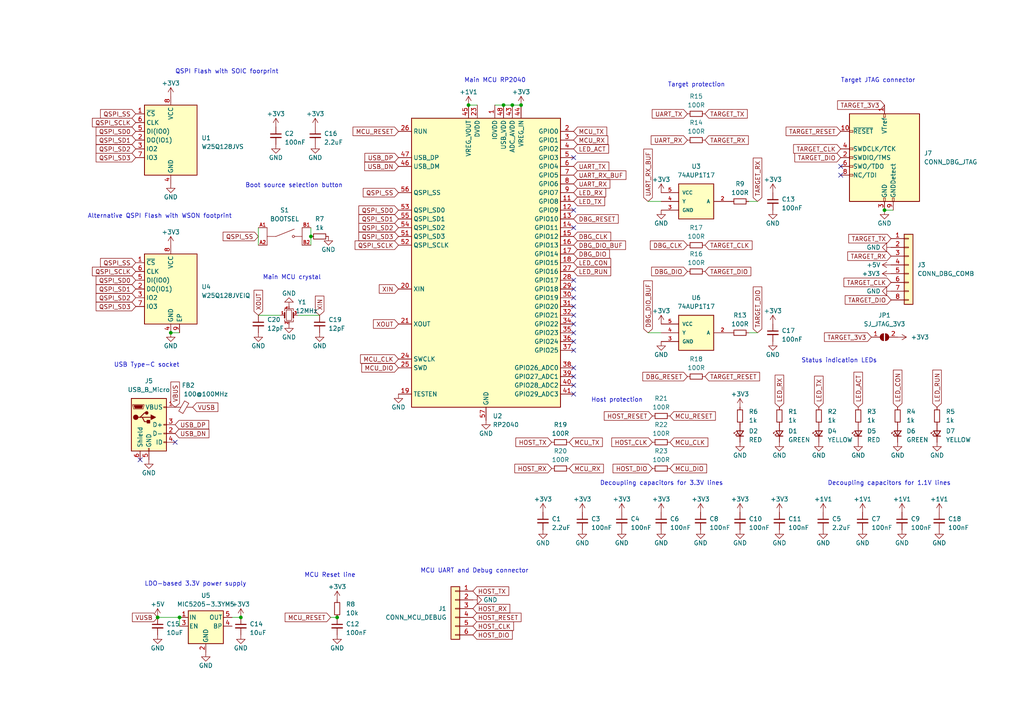
<source format=kicad_sch>
(kicad_sch (version 20230121) (generator eeschema)
  (paper "A4")
  (title_block (title "RP2040-MicroProbe-0010") (date "2023-12-18") (rev "1.0") (company "(c) 2023 Andriy Golovnya") (comment 1 "RP2040 based Micro Debug Probe") (comment 2 "Designed in Germany"))
  (junction (at 52.07 179.07))
  (junction (at 148.59 30.48))
  (junction (at 97.79 179.07))
  (junction (at 135.89 30.48))
  (junction (at 69.85 179.07))
  (junction (at 90.17 68.58))
  (junction (at 146.05 30.48))
  (junction (at 45.72 179.07))
  (junction (at 49.53 96.52))
  (junction (at 256.54 60.96))
  (junction (at 151.13 30.48))
  (no_connect (at 166.37 66.04))
  (no_connect (at 166.37 88.9))
  (no_connect (at 40.64 133.35))
  (no_connect (at 166.37 91.44))
  (no_connect (at 166.37 111.76))
  (no_connect (at 166.37 81.28))
  (no_connect (at 166.37 114.3))
  (no_connect (at 166.37 99.06))
  (no_connect (at 243.84 48.26))
  (no_connect (at 50.8 128.27))
  (no_connect (at 243.84 50.8))
  (no_connect (at 166.37 86.36))
  (no_connect (at 166.37 96.52))
  (no_connect (at 166.37 106.68))
  (no_connect (at 166.37 93.98))
  (no_connect (at 166.37 109.22))
  (no_connect (at 166.37 83.82))
  (no_connect (at 166.37 60.96))
  (no_connect (at 166.37 101.6))
  (no_connect (at 166.37 45.72))
  (wire (pts (xy 86.36 91.44) (xy 92.71 91.44)))
  (wire (pts (xy 219.71 96.52) (xy 217.17 96.52)))
  (wire (pts (xy 74.93 66.04) (xy 74.93 71.12)))
  (wire (pts (xy 52.07 179.07) (xy 52.07 181.61)))
  (wire (pts (xy 95.885 179.07) (xy 97.79 179.07)))
  (wire (pts (xy 135.89 30.48) (xy 138.43 30.48)))
  (wire (pts (xy 219.71 58.42) (xy 217.17 58.42)))
  (wire (pts (xy 74.93 91.44) (xy 81.28 91.44)))
  (wire (pts (xy 148.59 30.48) (xy 151.13 30.48)))
  (wire (pts (xy 67.31 179.07) (xy 69.85 179.07)))
  (wire (pts (xy 187.96 58.42) (xy 191.77 58.42)))
  (wire (pts (xy 143.51 30.48) (xy 146.05 30.48)))
  (wire (pts (xy 49.53 96.52) (xy 52.07 96.52)))
  (wire (pts (xy 45.72 179.07) (xy 52.07 179.07)))
  (wire (pts (xy 187.96 96.52) (xy 191.77 96.52)))
  (wire (pts (xy 90.17 68.58) (xy 90.17 71.12)))
  (wire (pts (xy 90.17 66.04) (xy 90.17 68.58)))
  (wire (pts (xy 146.05 30.48) (xy 148.59 30.48)))
  (wire (pts (xy 259.08 60.96) (xy 256.54 60.96)))
  (text "Alternative QSPI Flash with WSON footprint" (at 25.4 63.5 0) (effects (font (size 1.27 1.27)) (justify left bottom)))
  (text "Main MCU RP2040" (at 134.62 24.13 0) (effects (font (size 1.27 1.27)) (justify left bottom)))
  (text "Status indication LEDs" (at 232.41 105.41 0) (effects (font (size 1.27 1.27)) (justify left bottom)))
  (text "Decoupling capacitors for 3.3V lines" (at 173.99 140.97 0) (effects (font (size 1.27 1.27)) (justify left bottom)))
  (text "Main MCU crystal" (at 76.2 81.28 0) (effects (font (size 1.27 1.27)) (justify left bottom)))
  (text "Decoupling capacitors for 1.1V lines" (at 240.03 140.97 0) (effects (font (size 1.27 1.27)) (justify left bottom)))
  (text "Target protection" (at 193.675 25.4 0) (effects (font (size 1.27 1.27)) (justify left bottom)))
  (text "Target JTAG connector" (at 243.84 24.13 0) (effects (font (size 1.27 1.27)) (justify left bottom)))
  (text "USB Type-C socket" (at 33.02 106.68 0) (effects (font (size 1.27 1.27)) (justify left bottom)))
  (text "Host protection" (at 171.45 116.84 0) (effects (font (size 1.27 1.27)) (justify left bottom)))
  (text "MCU UART and Debug connector" (at 121.92 166.37 0) (effects (font (size 1.27 1.27)) (justify left bottom)))
  (text "Boot source selection button" (at 71.12 54.61 0) (effects (font (size 1.27 1.27)) (justify left bottom)))
  (text "LDO-based 3.3V power supply" (at 41.91 170.18 0) (effects (font (size 1.27 1.27)) (justify left bottom)))
  (text "MCU Reset line" (at 88.265 167.64 0) (effects (font (size 1.27 1.27)) (justify left bottom)))
  (text "QSPI Flash with SOIC foorprint" (at 50.8 21.59 0) (effects (font (size 1.27 1.27)) (justify left bottom)))
  (global_label "LED_ACT" (shape input) (at 166.37 43.18 0) (property "Intersheetrefs" "${INTERSHEET_REFS}" (effects hide)))
  (global_label "QSPI_SD2" (shape input) (at 39.37 43.18 180) (property "Intersheetrefs" "${INTERSHEET_REFS}" (effects hide)))
  (global_label "QSPI_SD1" (shape input) (at 39.37 83.82 180) (property "Intersheetrefs" "${INTERSHEET_REFS}" (effects hide)))
  (global_label "MCU_TX" (shape input) (at 166.37 38.1 0) (property "Intersheetrefs" "${INTERSHEET_REFS}" (effects hide)))
  (global_label "TARGET_RESET" (shape input) (at 243.84 38.1 180) (property "Intersheetrefs" "${INTERSHEET_REFS}" (effects hide)))
  (global_label "UART_RX_BUF" (shape input) (at 166.37 50.8 0) (property "Intersheetrefs" "${INTERSHEET_REFS}" (effects hide)))
  (global_label "TARGET_CLK" (shape input) (at 258.445 81.915 180) (property "Intersheetrefs" "${INTERSHEET_REFS}" (effects hide)))
  (global_label "TARGET_TX" (shape input) (at 204.47 33.02 0) (property "Intersheetrefs" "${INTERSHEET_REFS}" (effects hide)))
  (global_label "VUSB" (shape input) (at 45.72 179.07 180) (property "Intersheetrefs" "${INTERSHEET_REFS}" (effects hide)))
  (global_label "QSPI_SD3" (shape input) (at 39.37 88.9 180) (property "Intersheetrefs" "${INTERSHEET_REFS}" (effects hide)))
  (global_label "QSPI_SD0" (shape input) (at 39.37 38.1 180) (property "Intersheetrefs" "${INTERSHEET_REFS}" (effects hide)))
  (global_label "VUSB" (shape input) (at 55.88 118.11 0) (property "Intersheetrefs" "${INTERSHEET_REFS}" (effects hide)))
  (global_label "LED_RX" (shape input) (at 226.06 118.11 90) (property "Intersheetrefs" "${INTERSHEET_REFS}" (effects hide)))
  (global_label "QSPI_SCLK" (shape input) (at 39.37 78.74 180) (property "Intersheetrefs" "${INTERSHEET_REFS}" (effects hide)))
  (global_label "HOST_TX" (shape input) (at 160.02 128.27 180) (property "Intersheetrefs" "${INTERSHEET_REFS}" (effects hide)))
  (global_label "DBG_DIO_BUF" (shape input) (at 187.96 96.52 90) (property "Intersheetrefs" "${INTERSHEET_REFS}" (effects hide)))
  (global_label "HOST_TX" (shape input) (at 137.16 171.45 0) (property "Intersheetrefs" "${INTERSHEET_REFS}" (effects hide)))
  (global_label "QSPI_SD0" (shape input) (at 115.57 60.96 180) (property "Intersheetrefs" "${INTERSHEET_REFS}" (effects hide)))
  (global_label "QSPI_SS" (shape input) (at 39.37 33.02 180) (property "Intersheetrefs" "${INTERSHEET_REFS}" (effects hide)))
  (global_label "QSPI_SS" (shape input) (at 115.57 55.88 180) (property "Intersheetrefs" "${INTERSHEET_REFS}" (effects hide)))
  (global_label "TARGET_DIO" (shape input) (at 204.47 78.74 0) (property "Intersheetrefs" "${INTERSHEET_REFS}" (effects hide)))
  (global_label "LED_ACT" (shape input) (at 248.92 118.11 90) (property "Intersheetrefs" "${INTERSHEET_REFS}" (effects hide)))
  (global_label "QSPI_SD3" (shape input) (at 39.37 45.72 180) (property "Intersheetrefs" "${INTERSHEET_REFS}" (effects hide)))
  (global_label "USB_DN" (shape input) (at 50.8 125.73 0) (property "Intersheetrefs" "${INTERSHEET_REFS}" (effects hide)))
  (global_label "UART_TX" (shape input) (at 166.37 48.26 0) (property "Intersheetrefs" "${INTERSHEET_REFS}" (effects hide)))
  (global_label "DBG_CLK" (shape input) (at 166.37 68.58 0) (property "Intersheetrefs" "${INTERSHEET_REFS}" (effects hide)))
  (global_label "USB_DN" (shape input) (at 115.57 48.26 180) (property "Intersheetrefs" "${INTERSHEET_REFS}" (effects hide)))
  (global_label "QSPI_SS" (shape input) (at 74.93 68.58 180) (property "Intersheetrefs" "${INTERSHEET_REFS}" (effects hide)))
  (global_label "HOST_RESET" (shape input) (at 137.16 179.07 0) (property "Intersheetrefs" "${INTERSHEET_REFS}" (effects hide)))
  (global_label "DBG_CLK" (shape input) (at 199.39 71.12 180) (property "Intersheetrefs" "${INTERSHEET_REFS}" (effects hide)))
  (global_label "TARGET_RX" (shape input) (at 204.47 40.64 0) (property "Intersheetrefs" "${INTERSHEET_REFS}" (effects hide)))
  (global_label "TARGET_DIO" (shape input) (at 258.445 86.995 180) (property "Intersheetrefs" "${INTERSHEET_REFS}" (effects hide)))
  (global_label "USB_DP" (shape input) (at 50.8 123.19 0) (property "Intersheetrefs" "${INTERSHEET_REFS}" (effects hide)))
  (global_label "TARGET_3V3" (shape input) (at 252.73 97.79 180) (property "Intersheetrefs" "${INTERSHEET_REFS}" (effects hide)))
  (global_label "UART_RX" (shape input) (at 166.37 53.34 0) (property "Intersheetrefs" "${INTERSHEET_REFS}" (effects hide)))
  (global_label "HOST_DIO" (shape input) (at 137.16 184.15 0) (property "Intersheetrefs" "${INTERSHEET_REFS}" (effects hide)))
  (global_label "TARGET_DIO" (shape input) (at 243.84 45.72 180) (property "Intersheetrefs" "${INTERSHEET_REFS}" (effects hide)))
  (global_label "MCU_RX" (shape input) (at 166.37 40.64 0) (property "Intersheetrefs" "${INTERSHEET_REFS}" (effects hide)))
  (global_label "QSPI_SD2" (shape input) (at 115.57 66.04 180) (property "Intersheetrefs" "${INTERSHEET_REFS}" (effects hide)))
  (global_label "USB_DP" (shape input) (at 115.57 45.72 180) (property "Intersheetrefs" "${INTERSHEET_REFS}" (effects hide)))
  (global_label "XIN" (shape input) (at 92.71 91.44 90) (property "Intersheetrefs" "${INTERSHEET_REFS}" (effects hide)))
  (global_label "LED_CON" (shape input) (at 166.37 76.2 0) (property "Intersheetrefs" "${INTERSHEET_REFS}" (effects hide)))
  (global_label "TARGET_DIO" (shape input) (at 219.71 96.52 90) (property "Intersheetrefs" "${INTERSHEET_REFS}" (effects hide)))
  (global_label "QSPI_SCLK" (shape input) (at 39.37 35.56 180) (property "Intersheetrefs" "${INTERSHEET_REFS}" (effects hide)))
  (global_label "HOST_RESET" (shape input) (at 189.23 120.65 180) (property "Intersheetrefs" "${INTERSHEET_REFS}" (effects hide)))
  (global_label "XIN" (shape input) (at 115.57 83.82 180) (property "Intersheetrefs" "${INTERSHEET_REFS}" (effects hide)))
  (global_label "DBG_DIO" (shape input) (at 166.37 73.66 0) (property "Intersheetrefs" "${INTERSHEET_REFS}" (effects hide)))
  (global_label "QSPI_SD1" (shape input) (at 115.57 63.5 180) (property "Intersheetrefs" "${INTERSHEET_REFS}" (effects hide)))
  (global_label "HOST_CLK" (shape input) (at 189.23 128.27 180) (property "Intersheetrefs" "${INTERSHEET_REFS}" (effects hide)))
  (global_label "XOUT" (shape input) (at 74.93 91.44 90) (property "Intersheetrefs" "${INTERSHEET_REFS}" (effects hide)))
  (global_label "UART_RX_BUF" (shape input) (at 187.96 58.42 90) (property "Intersheetrefs" "${INTERSHEET_REFS}" (effects hide)))
  (global_label "UART_RX" (shape input) (at 199.39 40.64 180) (property "Intersheetrefs" "${INTERSHEET_REFS}" (effects hide)))
  (global_label "LED_RX" (shape input) (at 166.37 55.88 0) (property "Intersheetrefs" "${INTERSHEET_REFS}" (effects hide)))
  (global_label "HOST_CLK" (shape input) (at 137.16 181.61 0) (property "Intersheetrefs" "${INTERSHEET_REFS}" (effects hide)))
  (global_label "MCU_RX" (shape input) (at 165.1 135.89 0) (property "Intersheetrefs" "${INTERSHEET_REFS}" (effects hide)))
  (global_label "TARGET_RESET" (shape input) (at 204.47 109.22 0) (property "Intersheetrefs" "${INTERSHEET_REFS}" (effects hide)))
  (global_label "HOST_RX" (shape input) (at 137.16 176.53 0) (property "Intersheetrefs" "${INTERSHEET_REFS}" (effects hide)))
  (global_label "QSPI_SD1" (shape input) (at 39.37 40.64 180) (property "Intersheetrefs" "${INTERSHEET_REFS}" (effects hide)))
  (global_label "LED_TX" (shape input) (at 237.49 118.11 90) (property "Intersheetrefs" "${INTERSHEET_REFS}" (effects hide)))
  (global_label "DBG_DIO_BUF" (shape input) (at 166.37 71.12 0) (property "Intersheetrefs" "${INTERSHEET_REFS}" (effects hide)))
  (global_label "DBG_DIO" (shape input) (at 199.39 78.74 180) (property "Intersheetrefs" "${INTERSHEET_REFS}" (effects hide)))
  (global_label "VBUS" (shape input) (at 50.8 118.11 90) (property "Intersheetrefs" "${INTERSHEET_REFS}" (effects hide)))
  (global_label "MCU_TX" (shape input) (at 165.1 128.27 0) (property "Intersheetrefs" "${INTERSHEET_REFS}" (effects hide)))
  (global_label "LED_RUN" (shape input) (at 271.78 118.11 90) (property "Intersheetrefs" "${INTERSHEET_REFS}" (effects hide)))
  (global_label "QSPI_SD3" (shape input) (at 115.57 68.58 180) (property "Intersheetrefs" "${INTERSHEET_REFS}" (effects hide)))
  (global_label "MCU_DIO" (shape input) (at 194.31 135.89 0) (property "Intersheetrefs" "${INTERSHEET_REFS}" (effects hide)))
  (global_label "XOUT" (shape input) (at 115.57 93.98 180) (property "Intersheetrefs" "${INTERSHEET_REFS}" (effects hide)))
  (global_label "TARGET_CLK" (shape input) (at 243.84 43.18 180) (property "Intersheetrefs" "${INTERSHEET_REFS}" (effects hide)))
  (global_label "TARGET_RX" (shape input) (at 258.445 74.295 180) (property "Intersheetrefs" "${INTERSHEET_REFS}" (effects hide)))
  (global_label "QSPI_SCLK" (shape input) (at 115.57 71.12 180) (property "Intersheetrefs" "${INTERSHEET_REFS}" (effects hide)))
  (global_label "DBG_RESET" (shape input) (at 199.39 109.22 180) (property "Intersheetrefs" "${INTERSHEET_REFS}" (effects hide)))
  (global_label "MCU_CLK" (shape input) (at 194.31 128.27 0) (property "Intersheetrefs" "${INTERSHEET_REFS}" (effects hide)))
  (global_label "TARGET_RX" (shape input) (at 219.71 58.42 90) (property "Intersheetrefs" "${INTERSHEET_REFS}" (effects hide)))
  (global_label "QSPI_SS" (shape input) (at 39.37 76.2 180) (property "Intersheetrefs" "${INTERSHEET_REFS}" (effects hide)))
  (global_label "MCU_CLK" (shape input) (at 115.57 104.14 180) (property "Intersheetrefs" "${INTERSHEET_REFS}" (effects hide)))
  (global_label "HOST_RX" (shape input) (at 160.02 135.89 180) (property "Intersheetrefs" "${INTERSHEET_REFS}" (effects hide)))
  (global_label "MCU_RESET" (shape input) (at 194.31 120.65 0) (property "Intersheetrefs" "${INTERSHEET_REFS}" (effects hide)))
  (global_label "LED_CON" (shape input) (at 260.35 118.11 90) (property "Intersheetrefs" "${INTERSHEET_REFS}" (effects hide)))
  (global_label "MCU_RESET" (shape input) (at 95.885 179.07 180) (property "Intersheetrefs" "${INTERSHEET_REFS}" (effects hide)))
  (global_label "LED_RUN" (shape input) (at 166.37 78.74 0) (property "Intersheetrefs" "${INTERSHEET_REFS}" (effects hide)))
  (global_label "LED_TX" (shape input) (at 166.37 58.42 0) (property "Intersheetrefs" "${INTERSHEET_REFS}" (effects hide)))
  (global_label "UART_TX" (shape input) (at 199.39 33.02 180) (property "Intersheetrefs" "${INTERSHEET_REFS}" (effects hide)))
  (global_label "MCU_DIO" (shape input) (at 115.57 106.68 180) (property "Intersheetrefs" "${INTERSHEET_REFS}" (effects hide)))
  (global_label "QSPI_SD2" (shape input) (at 39.37 86.36 180) (property "Intersheetrefs" "${INTERSHEET_REFS}" (effects hide)))
  (global_label "HOST_DIO" (shape input) (at 189.23 135.89 180) (property "Intersheetrefs" "${INTERSHEET_REFS}" (effects hide)))
  (global_label "QSPI_SD0" (shape input) (at 39.37 81.28 180) (property "Intersheetrefs" "${INTERSHEET_REFS}" (effects hide)))
  (global_label "TARGET_CLK" (shape input) (at 204.47 71.12 0) (property "Intersheetrefs" "${INTERSHEET_REFS}" (effects hide)))
  (global_label "TARGET_3V3" (shape input) (at 256.54 30.48 180) (property "Intersheetrefs" "${INTERSHEET_REFS}" (effects hide)))
  (global_label "DBG_RESET" (shape input) (at 166.37 63.5 0) (property "Intersheetrefs" "${INTERSHEET_REFS}" (effects hide)))
  (global_label "TARGET_TX" (shape input) (at 258.445 69.215 180) (property "Intersheetrefs" "${INTERSHEET_REFS}" (effects hide)))
  (global_label "MCU_RESET" (shape input) (at 115.57 38.1 180) (property "Intersheetrefs" "${INTERSHEET_REFS}" (effects hide)))
  (symbol (lib_id "power:+1V1") (at 261.62 148.59 0) (unit 1)
    (property "Reference" "#PWR027" (effects hide))
    (property "Value" "+1V1" (at 261.62 144.78 0))
  )
  (symbol (lib_id "Device:R_Small") (at 97.79 176.53 180) (unit 1)
    (property "Reference" "R8" (at 100.33 175.26 0) (effects (justify right)))
    (property "Value" "10k" (at 100.33 177.8 0) (effects (justify right)))
    (property "Footprint" "Resistor_SMD:R_0402_1005Metric" (effects hide))
  )
  (symbol (lib_id "power:+3V3") (at 49.53 71.12 0) (unit 1)
    (property "Reference" "#PWR047" (effects hide))
    (property "Value" "+3V3" (at 49.53 67.31 0))
  )
  (symbol (lib_id "power:+3V3") (at 226.06 148.59 0) (unit 1)
    (property "Reference" "#PWR031" (effects hide))
    (property "Value" "+3V3" (at 226.06 144.78 0))
  )
  (symbol (lib_id "Device:R_Small") (at 162.56 135.89 270) (mirror x) (unit 1)
    (property "Reference" "R20" (at 162.56 130.81 90))
    (property "Value" "100R" (at 162.56 133.35 90))
    (property "Footprint" "Resistor_SMD:R_0402_1005Metric" (effects hide))
  )
  (symbol (lib_id "Device:R_Small") (at 214.63 96.52 270) (mirror x) (unit 1)
    (property "Reference" "R13" (at 214.63 91.44 90))
    (property "Value" "100R" (at 214.63 93.98 90))
    (property "Footprint" "Resistor_SMD:R_0402_1005Metric" (effects hide))
  )
  (symbol (lib_id "Device:C_Small") (at 80.01 39.37 0) (unit 1)
    (property "Reference" "C2" (at 82.55 38.7413 0) (effects (justify left)))
    (property "Value" "100nF" (at 82.55 41.2813 0) (effects (justify left)))
    (property "Footprint" "Capacitor_SMD:C_0402_1005Metric" (effects hide))
  )
  (symbol (lib_id "power:GND") (at 91.44 41.91 0) (unit 1)
    (property "Reference" "#PWR057" (effects hide))
    (property "Value" "GND" (at 91.44 45.72 0))
  )
  (symbol (lib_id "Device:C_Small") (at 224.155 58.42 0) (unit 1)
    (property "Reference" "C13" (at 226.695 57.7913 0) (effects (justify left)))
    (property "Value" "100nF" (at 226.695 60.3313 0) (effects (justify left)))
    (property "Footprint" "Capacitor_SMD:C_0402_1005Metric" (effects hide))
  )
  (symbol (lib_id "Device:C_Small") (at 191.77 151.13 0) (unit 1)
    (property "Reference" "C6" (at 194.31 150.5013 0) (effects (justify left)))
    (property "Value" "100nF" (at 194.31 153.0413 0) (effects (justify left)))
    (property "Footprint" "Capacitor_SMD:C_0402_1005Metric" (effects hide))
  )
  (symbol (lib_id "Connector:USB_B_Micro") (at 43.18 123.19 0) (unit 1)
    (property "Reference" "J5" (at 43.18 110.49 0))
    (property "Value" "USB_B_Micro" (at 43.18 113.03 0))
    (property "Footprint" "Connector_USB:USB_Micro-B_Molex_47346-0001" (effects hide))
  )
  (symbol (lib_id "power:+3V3") (at 260.35 97.79 270) (mirror x) (unit 1)
    (property "Reference" "#PWR056" (effects hide))
    (property "Value" "+3V3" (at 264.16 97.79 90) (effects (justify left)))
  )
  (symbol (lib_id "power:+3V3") (at 49.53 27.94 0) (unit 1)
    (property "Reference" "#PWR09" (effects hide))
    (property "Value" "+3V3" (at 49.53 24.13 0))
  )
  (symbol (lib_id "power:+3V3") (at 258.445 79.375 90) (unit 1)
    (property "Reference" "#PWR070" (effects hide))
    (property "Value" "+3V3" (at 255.27 79.375 90) (effects (justify left)))
  )
  (symbol (lib_id "Device:LED_Small") (at 226.06 125.73 90) (unit 1)
    (property "Reference" "D1" (at 228.6 125.0315 90) (effects (justify right)))
    (property "Value" "GREEN" (at 228.6 127.5715 90) (effects (justify right)))
    (property "Footprint" "LED_SMD:LED_0603_1608Metric" (effects hide))
  )
  (symbol (lib_id "power:GND") (at 95.25 68.58 0) (unit 1)
    (property "Reference" "#PWR049" (effects hide))
    (property "Value" "GND" (at 95.25 72.39 0))
  )
  (symbol (lib_id "power:+3V3") (at 224.155 93.98 0) (unit 1)
    (property "Reference" "#PWR068" (effects hide))
    (property "Value" "+3V3" (at 224.155 90.17 0))
  )
  (symbol (lib_id "Connector_Generic:Conn_01x06") (at 132.08 176.53 0) (mirror y) (unit 1)
    (property "Reference" "J1" (at 129.54 176.53 0) (effects (justify left)))
    (property "Value" "CONN_MCU_DEBUG" (at 129.54 179.07 0) (effects (justify left)))
    (property "Footprint" "Connector_PinHeader_2.54mm:PinHeader_1x06_P2.54mm_Vertical" (effects hide))
  )
  (symbol (lib_id "power:GND") (at 250.19 153.67 0) (unit 1)
    (property "Reference" "#PWR023" (effects hide))
    (property "Value" "GND" (at 250.19 157.48 0))
  )
  (symbol (lib_id "Memory_Flash:W25Q32JVZP") (at 49.53 83.82 0) (unit 1)
    (property "Reference" "U4" (at 58.42 83.185 0) (effects (justify left)))
    (property "Value" "W25Q128JVEIQ" (at 58.42 85.725 0) (effects (justify left)))
    (property "Footprint" "Package_SON:WSON-8-1EP_6x5mm_P1.27mm_EP3.4x4.3mm" (effects hide))
    (property "Datasheet" "http://www.winbond.com/resource-files/w25q32jv%20revg%2003272018%20plus.pdf" (effects hide))
  )
  (symbol (lib_id "power:+3V3") (at 91.44 36.83 0) (unit 1)
    (property "Reference" "#PWR037" (effects hide))
    (property "Value" "+3V3" (at 91.44 33.02 0))
  )
  (symbol (lib_id "Device:R_Small") (at 191.77 120.65 270) (mirror x) (unit 1)
    (property "Reference" "R21" (at 191.77 115.57 90))
    (property "Value" "100R" (at 191.77 118.11 90))
    (property "Footprint" "Resistor_SMD:R_0402_1005Metric" (effects hide))
  )
  (symbol (lib_id "power:GND") (at 157.48 153.67 0) (unit 1)
    (property "Reference" "#PWR02" (effects hide))
    (property "Value" "GND" (at 157.48 157.48 0))
  )
  (symbol (lib_id "power:GND") (at 83.82 88.9 180) (unit 1)
    (property "Reference" "#PWR05" (effects hide))
    (property "Value" "GND" (at 83.82 85.09 0))
  )
  (symbol (lib_id "Device:R_Small") (at 214.63 58.42 270) (mirror x) (unit 1)
    (property "Reference" "R9" (at 214.63 53.34 90))
    (property "Value" "100R" (at 214.63 55.88 90))
    (property "Footprint" "Resistor_SMD:R_0402_1005Metric" (effects hide))
  )
  (symbol (lib_id "power:+3V3") (at 168.91 148.59 0) (unit 1)
    (property "Reference" "#PWR011" (effects hide))
    (property "Value" "+3V3" (at 168.91 144.78 0))
  )
  (symbol (lib_id "Device:C_Small") (at 74.93 93.98 0) (unit 1)
    (property "Reference" "C20" (at 77.47 92.7163 0) (effects (justify left)))
    (property "Value" "12pF" (at 77.47 95.2563 0) (effects (justify left)))
    (property "Footprint" "Capacitor_SMD:C_0402_1005Metric" (effects hide))
  )
  (symbol (lib_id "Device:Crystal_GND24_Small") (at 83.82 91.44 0) (unit 1)
    (property "Reference" "Y1" (at 87.63 87.63 0))
    (property "Value" "12MHz" (at 88.9 90.17 0))
    (property "Footprint" "Crystal:Crystal_SMD_3225-4Pin_3.2x2.5mm" (effects hide))
  )
  (symbol (lib_id "power:GND") (at 74.93 96.52 0) (unit 1)
    (property "Reference" "#PWR043" (effects hide))
    (property "Value" "GND" (at 74.93 100.33 0))
  )
  (symbol (lib_id "Device:C_Small") (at 226.06 151.13 0) (unit 1)
    (property "Reference" "C11" (at 228.6 150.5013 0) (effects (justify left)))
    (property "Value" "100nF" (at 228.6 153.0413 0) (effects (justify left)))
    (property "Footprint" "Capacitor_SMD:C_0402_1005Metric" (effects hide))
  )
  (symbol (lib_id "power:+1V1") (at 135.89 30.48 0) (unit 1)
    (property "Reference" "#PWR020" (effects hide))
    (property "Value" "+1V1" (at 135.89 26.67 0))
  )
  (symbol (lib_id "power:+1V1") (at 272.415 148.59 0) (unit 1)
    (property "Reference" "#PWR072" (effects hide))
    (property "Value" "+1V1" (at 272.415 144.78 0))
  )
  (symbol (lib_id "power:GND") (at 248.92 128.27 0) (unit 1)
    (property "Reference" "#PWR035" (effects hide))
    (property "Value" "GND" (at 248.92 132.08 0))
  )
  (symbol (lib_id "Device:LED_Small") (at 248.92 125.73 90) (unit 1)
    (property "Reference" "D5" (at 251.46 125.0315 90) (effects (justify right)))
    (property "Value" "RED" (at 251.46 127.5715 90) (effects (justify right)))
    (property "Footprint" "LED_SMD:LED_0603_1608Metric" (effects hide))
  )
  (symbol (lib_id "power:+1V1") (at 238.76 148.59 0) (unit 1)
    (property "Reference" "#PWR016" (effects hide))
    (property "Value" "+1V1" (at 238.76 144.78 0))
  )
  (symbol (lib_id "power:GND") (at 191.77 153.67 0) (unit 1)
    (property "Reference" "#PWR019" (effects hide))
    (property "Value" "GND" (at 191.77 157.48 0))
  )
  (symbol (lib_id "power:+3V3") (at 214.63 118.11 0) (unit 1)
    (property "Reference" "#PWR059" (effects hide))
    (property "Value" "+3V3" (at 214.63 114.3 0))
  )
  (symbol (lib_id "power:GND") (at 80.01 41.91 0) (unit 1)
    (property "Reference" "#PWR04" (effects hide))
    (property "Value" "GND" (at 80.01 45.72 0))
  )
  (symbol (lib_id "power:GND") (at 256.54 60.96 0) (mirror y) (unit 1)
    (property "Reference" "#PWR055" (effects hide))
    (property "Value" "GND" (at 256.54 64.77 0))
  )
  (symbol (lib_id "Device:R_Small") (at 162.56 128.27 270) (mirror x) (unit 1)
    (property "Reference" "R19" (at 162.56 123.19 90))
    (property "Value" "100R" (at 162.56 125.73 90))
    (property "Footprint" "Resistor_SMD:R_0402_1005Metric" (effects hide))
  )
  (symbol (lib_id "power:GND") (at 43.18 133.35 0) (unit 1)
    (property "Reference" "#PWR044" (effects hide))
    (property "Value" "GND" (at 43.18 137.16 0))
  )
  (symbol (lib_id "Device:R_Small") (at 260.35 120.65 0) (unit 1)
    (property "Reference" "R4" (at 262.89 119.38 0) (effects (justify left)))
    (property "Value" "1k" (at 262.89 121.92 0) (effects (justify left)))
    (property "Footprint" "Resistor_SMD:R_0402_1005Metric" (effects hide))
  )
  (symbol (lib_id "power:+5V") (at 258.445 76.835 90) (unit 1)
    (property "Reference" "#PWR071" (effects hide))
    (property "Value" "+5V" (at 253.365 76.835 90))
  )
  (symbol (lib_id "power:GND") (at 272.415 153.67 0) (unit 1)
    (property "Reference" "#PWR073" (effects hide))
    (property "Value" "GND" (at 272.415 157.48 0))
  )
  (symbol (lib_id "Device:LED_Small") (at 260.35 125.73 90) (unit 1)
    (property "Reference" "D6" (at 262.89 125.0315 90) (effects (justify right)))
    (property "Value" "GREEN" (at 262.89 127.5715 90) (effects (justify right)))
    (property "Footprint" "LED_SMD:LED_0603_1608Metric" (effects hide))
  )
  (symbol (lib_id "power:GND") (at 226.06 153.67 0) (unit 1)
    (property "Reference" "#PWR032" (effects hide))
    (property "Value" "GND" (at 226.06 157.48 0))
  )
  (symbol (lib_id "Device:R_Small") (at 226.06 120.65 0) (unit 1)
    (property "Reference" "R1" (at 228.6 119.38 0) (effects (justify left)))
    (property "Value" "1k" (at 228.6 121.92 0) (effects (justify left)))
    (property "Footprint" "Resistor_SMD:R_0402_1005Metric" (effects hide))
  )
  (symbol (lib_id "power:GND") (at 97.79 184.15 0) (unit 1)
    (property "Reference" "#PWR042" (effects hide))
    (property "Value" "GND" (at 97.79 187.96 0))
  )
  (symbol (lib_id "Device:R_Small") (at 248.92 120.65 0) (unit 1)
    (property "Reference" "R3" (at 251.46 119.38 0) (effects (justify left)))
    (property "Value" "1k" (at 251.46 121.92 0) (effects (justify left)))
    (property "Footprint" "Resistor_SMD:R_0402_1005Metric" (effects hide))
  )
  (symbol (lib_id "Device:C_Small") (at 272.415 151.13 0) (unit 1)
    (property "Reference" "C18" (at 274.955 150.5013 0) (effects (justify left)))
    (property "Value" "100nF" (at 274.955 153.0413 0) (effects (justify left)))
    (property "Footprint" "Capacitor_SMD:C_0402_1005Metric" (effects hide))
  )
  (symbol (lib_id "Device:R_Small") (at 237.49 120.65 0) (unit 1)
    (property "Reference" "R2" (at 240.03 119.38 0) (effects (justify left)))
    (property "Value" "1k" (at 240.03 121.92 0) (effects (justify left)))
    (property "Footprint" "Resistor_SMD:R_0402_1005Metric" (effects hide))
  )
  (symbol (lib_id "Device:R_Small") (at 191.77 128.27 270) (mirror x) (unit 1)
    (property "Reference" "R22" (at 191.77 123.19 90))
    (property "Value" "100R" (at 191.77 125.73 90))
    (property "Footprint" "Resistor_SMD:R_0402_1005Metric" (effects hide))
  )
  (symbol (lib_id "power:GND") (at 69.85 184.15 0) (unit 1)
    (property "Reference" "#PWR046" (effects hide))
    (property "Value" "GND" (at 69.85 187.96 0))
  )
  (symbol (lib_id "Connector_Generic:Conn_01x08") (at 263.525 76.835 0) (unit 1)
    (property "Reference" "J3" (at 266.065 76.835 0) (effects (justify left)))
    (property "Value" "CONN_DBG_COMB" (at 266.065 79.375 0) (effects (justify left)))
    (property "Footprint" "Connector_PinHeader_2.54mm:PinHeader_1x08_P2.54mm_Vertical" (effects hide))
  )
  (symbol (lib_id "Device:R_Small") (at 191.77 135.89 270) (mirror x) (unit 1)
    (property "Reference" "R23" (at 191.77 130.81 90))
    (property "Value" "100R" (at 191.77 133.35 90))
    (property "Footprint" "Resistor_SMD:R_0402_1005Metric" (effects hide))
  )
  (symbol (lib_id "power:GND") (at 237.49 128.27 0) (unit 1)
    (property "Reference" "#PWR07" (effects hide))
    (property "Value" "GND" (at 237.49 132.08 0))
  )
  (symbol (lib_id "power:GND") (at 191.77 99.06 0) (mirror y) (unit 1)
    (property "Reference" "#PWR066" (effects hide))
    (property "Value" "GND" (at 191.77 102.87 0))
  )
  (symbol (lib_id "power:GND") (at 59.69 189.23 0) (unit 1)
    (property "Reference" "#PWR050" (effects hide))
    (property "Value" "GND" (at 59.69 193.04 0))
  )
  (symbol (lib_id "power:+3V3") (at 203.2 148.59 0) (unit 1)
    (property "Reference" "#PWR024" (effects hide))
    (property "Value" "+3V3" (at 203.2 144.78 0))
  )
  (symbol (lib_id "Device:R_Small") (at 201.93 71.12 270) (mirror x) (unit 1)
    (property "Reference" "R17" (at 201.93 66.04 90))
    (property "Value" "100R" (at 201.93 68.58 90))
    (property "Footprint" "Resistor_SMD:R_0402_1005Metric" (effects hide))
  )
  (symbol (lib_id "Device:C_Small") (at 168.91 151.13 0) (unit 1)
    (property "Reference" "C3" (at 171.45 150.5013 0) (effects (justify left)))
    (property "Value" "100nF" (at 171.45 153.0413 0) (effects (justify left)))
    (property "Footprint" "Capacitor_SMD:C_0402_1005Metric" (effects hide))
  )
  (symbol (lib_id "power:GND") (at 92.71 96.52 0) (unit 1)
    (property "Reference" "#PWR033" (effects hide))
    (property "Value" "GND" (at 92.71 100.33 0))
  )
  (symbol (lib_id "power:+3V3") (at 151.13 30.48 0) (unit 1)
    (property "Reference" "#PWR026" (effects hide))
    (property "Value" "+3V3" (at 151.13 26.67 0))
  )
  (symbol (lib_id "power:GND") (at 49.53 53.34 0) (unit 1)
    (property "Reference" "#PWR010" (effects hide))
    (property "Value" "GND" (at 49.53 57.15 0))
  )
  (symbol (lib_id "Device:C_Small") (at 180.34 151.13 0) (unit 1)
    (property "Reference" "C4" (at 182.88 150.5013 0) (effects (justify left)))
    (property "Value" "100nF" (at 182.88 153.0413 0) (effects (justify left)))
    (property "Footprint" "Capacitor_SMD:C_0402_1005Metric" (effects hide))
  )
  (symbol (lib_id "power:+1V1") (at 250.19 148.59 0) (unit 1)
    (property "Reference" "#PWR022" (effects hide))
    (property "Value" "+1V1" (at 250.19 144.78 0))
  )
  (symbol (lib_id "Jumper:SolderJumper_2_Open") (at 256.54 97.79 0) (unit 1)
    (property "Reference" "JP1" (at 256.54 91.44 0))
    (property "Value" "SJ_JTAG_3V3" (at 256.54 93.98 0))
    (property "Footprint" "Jumper:SolderJumper-2_P1.3mm_Open_TrianglePad1.0x1.5mm" (effects hide))
  )
  (symbol (lib_id "power:GND") (at 271.78 128.27 0) (unit 1)
    (property "Reference" "#PWR036" (effects hide))
    (property "Value" "GND" (at 271.78 132.08 0))
  )
  (symbol (lib_id "Device:C_Small") (at 224.155 96.52 0) (unit 1)
    (property "Reference" "C17" (at 226.695 95.8913 0) (effects (justify left)))
    (property "Value" "100nF" (at 226.695 98.4313 0) (effects (justify left)))
    (property "Footprint" "Capacitor_SMD:C_0402_1005Metric" (effects hide))
  )
  (symbol (lib_id "power:GND") (at 238.76 153.67 0) (unit 1)
    (property "Reference" "#PWR017" (effects hide))
    (property "Value" "GND" (at 238.76 157.48 0))
  )
  (symbol (lib_id "power:+3V3") (at 69.85 179.07 0) (unit 1)
    (property "Reference" "#PWR045" (effects hide))
    (property "Value" "+3V3" (at 69.85 175.26 0))
  )
  (symbol (lib_id "Device:LED_Small") (at 237.49 125.73 90) (unit 1)
    (property "Reference" "D4" (at 240.03 125.0315 90) (effects (justify right)))
    (property "Value" "YELLOW" (at 240.03 127.5715 90) (effects (justify right)))
    (property "Footprint" "LED_SMD:LED_0603_1608Metric" (effects hide))
  )
  (symbol (lib_id "Device:C_Small") (at 91.44 39.37 0) (unit 1)
    (property "Reference" "C16" (at 93.98 38.7413 0) (effects (justify left)))
    (property "Value" "2.2uF" (at 93.98 41.2813 0) (effects (justify left)))
    (property "Footprint" "Capacitor_SMD:C_0603_1608Metric" (effects hide))
  )
  (symbol (lib_id "Regulator_Linear:MIC5205-3.3YM5") (at 59.69 181.61 0) (unit 1)
    (property "Reference" "U5" (at 59.69 172.72 0))
    (property "Value" "MIC5205-3.3YM5" (at 59.69 175.26 0))
    (property "Footprint" "Package_TO_SOT_SMD:SOT-23-5" (effects hide))
    (property "Datasheet" "http://ww1.microchip.com/downloads/en/DeviceDoc/20005785A.pdf" (effects hide))
  )
  (symbol (lib_id "power:GND") (at 168.91 153.67 0) (unit 1)
    (property "Reference" "#PWR012" (effects hide))
    (property "Value" "GND" (at 168.91 157.48 0))
  )
  (symbol (lib_id "power:GND") (at 214.63 153.67 0) (unit 1)
    (property "Reference" "#PWR030" (effects hide))
    (property "Value" "GND" (at 214.63 157.48 0))
  )
  (symbol (lib_id "power:GND") (at 115.57 114.3 0) (unit 1)
    (property "Reference" "#PWR013" (effects hide))
    (property "Value" "GND" (at 115.57 118.11 0))
  )
  (symbol (lib_id "power:GND") (at 258.445 84.455 270) (unit 1)
    (property "Reference" "#PWR060" (effects hide))
    (property "Value" "GND" (at 253.365 84.455 90))
  )
  (symbol (lib_id "power:GND") (at 180.34 153.67 0) (unit 1)
    (property "Reference" "#PWR015" (effects hide))
    (property "Value" "GND" (at 180.34 157.48 0))
  )
  (symbol (lib_id "SN74AUP1T17DCKR:SN74AUP1T17DCKR") (at 201.93 99.06 0) (mirror y) (unit 1)
    (property "Reference" "U6" (at 201.93 86.36 0))
    (property "Value" "74AUP1T17" (at 201.93 88.9 0))
    (property "Footprint" "Package_TO_SOT_SMD:SOT-353_SC-70-5" (effects hide))
    (property "MF" "Texas Instruments" (effects hide))
    (property "Description" "\nLow Power, 1.8/2.5/3.3-V In, 3.3-V CMOS Out, Single Schmitt-Trigger Buffer Gate\n" (effects hide))
    (property "Package" "SC70-5 Texas Instruments" (effects hide))
    (property "Price" "None" (effects hide))
    (property "SnapEDA_Link" "https://www.snapeda.com/parts/SN74AUP1T17DCKR/Texas+Instruments/view-part/?ref=snap" (effects hide))
    (property "MP" "SN74AUP1T17DCKR" (effects hide))
    (property "Purchase-URL" "https://www.snapeda.com/api/url_track_click_mouser/?unipart_id=301583&manufacturer=Texas Instruments&part_name=SN74AUP1T17DCKR&search_term=sn74aup1t17" (effects hide))
    (property "Availability" "In Stock" (effects hide))
    (property "Check_prices" "https://www.snapeda.com/parts/SN74AUP1T17DCKR/Texas+Instruments/view-part/?ref=eda" (effects hide))
  )
  (symbol (lib_name "SN74AUP1T17DCKR_1") (lib_id "SN74AUP1T17DCKR:SN74AUP1T17DCKR") (at 201.93 60.96 0) (mirror y) (unit 1)
    (property "Reference" "U3" (at 201.93 48.26 0))
    (property "Value" "74AUP1T17" (at 201.93 50.8 0))
    (property "Footprint" "Package_TO_SOT_SMD:SOT-353_SC-70-5" (effects hide))
    (property "MF" "Texas Instruments" (effects hide))
    (property "Description" "\nLow Power, 1.8/2.5/3.3-V In, 3.3-V CMOS Out, Single Schmitt-Trigger Buffer Gate\n" (effects hide))
    (property "Package" "SC70-5 Texas Instruments" (effects hide))
    (property "Price" "None" (effects hide))
    (property "SnapEDA_Link" "https://www.snapeda.com/parts/SN74AUP1T17DCKR/Texas+Instruments/view-part/?ref=snap" (effects hide))
    (property "MP" "SN74AUP1T17DCKR" (effects hide))
    (property "Purchase-URL" "https://www.snapeda.com/api/url_track_click_mouser/?unipart_id=301583&manufacturer=Texas Instruments&part_name=SN74AUP1T17DCKR&search_term=sn74aup1t17" (effects hide))
    (property "Availability" "In Stock" (effects hide))
    (property "Check_prices" "https://www.snapeda.com/parts/SN74AUP1T17DCKR/Texas+Instruments/view-part/?ref=eda" (effects hide))
  )
  (symbol (lib_id "power:GND") (at 214.63 128.27 0) (unit 1)
    (property "Reference" "#PWR041" (effects hide))
    (property "Value" "GND" (at 214.63 132.08 0))
  )
  (symbol (lib_id "power:GND") (at 224.155 60.96 0) (unit 1)
    (property "Reference" "#PWR064" (effects hide))
    (property "Value" "GND" (at 224.155 64.77 0))
  )
  (symbol (lib_id "Device:C_Small") (at 97.79 181.61 0) (unit 1)
    (property "Reference" "C12" (at 100.33 180.9813 0) (effects (justify left)))
    (property "Value" "100nF" (at 100.33 183.5213 0) (effects (justify left)))
    (property "Footprint" "Capacitor_SMD:C_0402_1005Metric" (effects hide))
  )
  (symbol (lib_id "power:GND") (at 203.2 153.67 0) (unit 1)
    (property "Reference" "#PWR025" (effects hide))
    (property "Value" "GND" (at 203.2 157.48 0))
  )
  (symbol (lib_id "Device:FerriteBead_Small") (at 53.34 118.11 90) (unit 1)
    (property "Reference" "FB2" (at 54.61 111.76 90))
    (property "Value" "100@100MHz" (at 59.69 114.3 90))
    (property "Footprint" "Inductor_SMD:L_0805_2012Metric" (effects hide))
  )
  (symbol (lib_id "Device:R_Small") (at 201.93 109.22 270) (mirror x) (unit 1)
    (property "Reference" "R18" (at 201.93 104.14 90))
    (property "Value" "100R" (at 201.93 106.68 90))
    (property "Footprint" "Resistor_SMD:R_0402_1005Metric" (effects hide))
  )
  (symbol (lib_id "Device:C_Small") (at 203.2 151.13 0) (unit 1)
    (property "Reference" "C8" (at 205.74 150.5013 0) (effects (justify left)))
    (property "Value" "100nF" (at 205.74 153.0413 0) (effects (justify left)))
    (property "Footprint" "Capacitor_SMD:C_0402_1005Metric" (effects hide))
  )
  (symbol (lib_id "Connector:Conn_ARM_JTAG_SWD_10") (at 256.54 45.72 0) (mirror y) (unit 1)
    (property "Reference" "J7" (at 267.97 44.45 0) (effects (justify right)))
    (property "Value" "CONN_DBG_JTAG" (at 267.97 46.99 0) (effects (justify right)))
    (property "Footprint" "Connector_PinHeader_1.27mm:PinHeader_2x05_P1.27mm_Vertical" (effects hide))
    (property "Datasheet" "http://infocenter.arm.com/help/topic/com.arm.doc.ddi0314h/DDI0314H_coresight_components_trm.pdf" (effects hide))
  )
  (symbol (lib_id "power:+3V3") (at 191.77 93.98 0) (mirror y) (unit 1)
    (property "Reference" "#PWR065" (effects hide))
    (property "Value" "+3V3" (at 191.77 90.17 0))
  )
  (symbol (lib_id "Memory_Flash:W25Q128JVS") (at 49.53 40.64 0) (unit 1)
    (property "Reference" "U1" (at 58.42 40.005 0) (effects (justify left)))
    (property "Value" "W25Q128JVS" (at 58.42 42.545 0) (effects (justify left)))
    (property "Footprint" "Package_SO:SOIC-8_5.23x5.23mm_P1.27mm" (effects hide))
    (property "Datasheet" "http://www.winbond.com/resource-files/w25q128jv_dtr%20revc%2003272018%20plus.pdf" (effects hide))
  )
  (symbol (lib_id "EVPBB0AAB000:EVPBB0AAB000") (at 82.55 68.58 0) (unit 1)
    (property "Reference" "S1" (at 82.55 60.96 0))
    (property "Value" "BOOTSEL" (at 82.55 63.5 0))
    (property "Footprint" "lib:SW_EVPBB0AAB000" (effects hide))
    (property "ARROW_ELECTRONICS-PURCHASE-URL" "https://snapeda.com/shop?store=Arrow+Electronics&id=584571" (effects hide))
    (property "MOUSER-PURCHASE-URL" "https://snapeda.com/shop?store=Mouser&id=584571" (effects hide))
    (property "MAXIMUM_PACKAGE_HEIGHT" "0.58mm" (effects hide))
    (property "PACKAGE" "None" (effects hide))
    (property "MF" "Panasonic Electronic" (effects hide))
    (property "MP" "EVPBB0AAB000" (effects hide))
    (property "DIGIKEY-PURCHASE-URL" "https://snapeda.com/shop?store=DigiKey&id=584571" (effects hide))
    (property "DIGI-KEY_PART_NUMBER" "P19888CT-ND" (effects hide))
    (property "DESCRIPTION" "Tactile Switch SPST-NO Top Actuated Surface Mount" (effects hide))
  )
  (symbol (lib_id "Device:C_Small") (at 250.19 151.13 0) (unit 1)
    (property "Reference" "C7" (at 252.73 150.5013 0) (effects (justify left)))
    (property "Value" "100nF" (at 252.73 153.0413 0) (effects (justify left)))
    (property "Footprint" "Capacitor_SMD:C_0402_1005Metric" (effects hide))
  )
  (symbol (lib_id "power:+3V3") (at 80.01 36.83 0) (unit 1)
    (property "Reference" "#PWR03" (effects hide))
    (property "Value" "+3V3" (at 80.01 33.02 0))
  )
  (symbol (lib_id "power:GND") (at 49.53 96.52 0) (unit 1)
    (property "Reference" "#PWR048" (effects hide))
    (property "Value" "GND" (at 49.53 100.33 0))
  )
  (symbol (lib_id "Device:LED_Small") (at 214.63 125.73 90) (unit 1)
    (property "Reference" "D2" (at 217.17 125.0315 90) (effects (justify right)))
    (property "Value" "RED" (at 217.17 127.5715 90) (effects (justify right)))
    (property "Footprint" "LED_SMD:LED_0603_1608Metric" (effects hide))
  )
  (symbol (lib_id "power:+3V3") (at 191.77 55.88 0) (mirror y) (unit 1)
    (property "Reference" "#PWR061" (effects hide))
    (property "Value" "+3V3" (at 191.77 52.07 0))
  )
  (symbol (lib_id "Device:C_Small") (at 238.76 151.13 0) (unit 1)
    (property "Reference" "C5" (at 241.3 150.5013 0) (effects (justify left)))
    (property "Value" "2.2uF" (at 241.3 153.0413 0) (effects (justify left)))
    (property "Footprint" "Capacitor_SMD:C_0603_1608Metric" (effects hide))
  )
  (symbol (lib_id "Device:R_Small") (at 201.93 78.74 270) (mirror x) (unit 1)
    (property "Reference" "R16" (at 201.93 73.66 90))
    (property "Value" "100R" (at 201.93 76.2 90))
    (property "Footprint" "Resistor_SMD:R_0402_1005Metric" (effects hide))
  )
  (symbol (lib_id "Device:C_Small") (at 69.85 181.61 0) (unit 1)
    (property "Reference" "C14" (at 72.39 180.9813 0) (effects (justify left)))
    (property "Value" "10uF" (at 72.39 183.5213 0) (effects (justify left)))
    (property "Footprint" "Capacitor_SMD:C_0805_2012Metric" (effects hide))
  )
  (symbol (lib_id "power:GND") (at 226.06 128.27 0) (unit 1)
    (property "Reference" "#PWR08" (effects hide))
    (property "Value" "GND" (at 226.06 132.08 0))
  )
  (symbol (lib_id "Device:R_Small") (at 201.93 33.02 270) (mirror x) (unit 1)
    (property "Reference" "R15" (at 201.93 27.94 90))
    (property "Value" "100R" (at 201.93 30.48 90))
    (property "Footprint" "Resistor_SMD:R_0402_1005Metric" (effects hide))
  )
  (symbol (lib_id "power:GND") (at 140.97 121.92 0) (unit 1)
    (property "Reference" "#PWR021" (effects hide))
    (property "Value" "GND" (at 140.97 125.73 0))
  )
  (symbol (lib_id "Device:C_Small") (at 261.62 151.13 0) (unit 1)
    (property "Reference" "C9" (at 264.16 150.5013 0) (effects (justify left)))
    (property "Value" "100nF" (at 264.16 153.0413 0) (effects (justify left)))
    (property "Footprint" "Capacitor_SMD:C_0402_1005Metric" (effects hide))
  )
  (symbol (lib_id "Device:R_Small") (at 92.71 68.58 90) (unit 1)
    (property "Reference" "R7" (at 92.71 63.5 90))
    (property "Value" "1k" (at 92.71 66.04 90))
    (property "Footprint" "Resistor_SMD:R_0402_1005Metric" (effects hide))
  )
  (symbol (lib_id "Device:R_Small") (at 201.93 40.64 270) (mirror x) (unit 1)
    (property "Reference" "R14" (at 201.93 35.56 90))
    (property "Value" "100R" (at 201.93 38.1 90))
    (property "Footprint" "Resistor_SMD:R_0402_1005Metric" (effects hide))
  )
  (symbol (lib_id "power:GND") (at 258.445 71.755 270) (unit 1)
    (property "Reference" "#PWR058" (effects hide))
    (property "Value" "GND" (at 253.365 71.755 90))
  )
  (symbol (lib_id "power:GND") (at 45.72 184.15 0) (unit 1)
    (property "Reference" "#PWR038" (effects hide))
    (property "Value" "GND" (at 45.72 187.96 0))
  )
  (symbol (lib_id "power:+3V3") (at 214.63 148.59 0) (unit 1)
    (property "Reference" "#PWR029" (effects hide))
    (property "Value" "+3V3" (at 214.63 144.78 0))
  )
  (symbol (lib_id "Device:C_Small") (at 92.71 93.98 0) (unit 1)
    (property "Reference" "C19" (at 95.25 92.7163 0) (effects (justify left)))
    (property "Value" "12pF" (at 95.25 95.2563 0) (effects (justify left)))
    (property "Footprint" "Capacitor_SMD:C_0402_1005Metric" (effects hide))
  )
  (symbol (lib_id "Device:C_Small") (at 214.63 151.13 0) (unit 1)
    (property "Reference" "C10" (at 217.17 150.5013 0) (effects (justify left)))
    (property "Value" "100nF" (at 217.17 153.0413 0) (effects (justify left)))
    (property "Footprint" "Capacitor_SMD:C_0402_1005Metric" (effects hide))
  )
  (symbol (lib_id "Device:LED_Small") (at 271.78 125.73 90) (unit 1)
    (property "Reference" "D7" (at 274.32 125.0315 90) (effects (justify right)))
    (property "Value" "YELLOW" (at 274.32 127.5715 90) (effects (justify right)))
    (property "Footprint" "LED_SMD:LED_0603_1608Metric" (effects hide))
  )
  (symbol (lib_id "power:GND") (at 137.16 173.99 90) (mirror x) (unit 1)
    (property "Reference" "#PWR054" (effects hide))
    (property "Value" "GND" (at 142.24 173.99 90))
  )
  (symbol (lib_id "Device:C_Small") (at 157.48 151.13 0) (unit 1)
    (property "Reference" "C1" (at 160.02 150.5013 0) (effects (justify left)))
    (property "Value" "2.2uF" (at 160.02 153.0413 0) (effects (justify left)))
    (property "Footprint" "Capacitor_SMD:C_0603_1608Metric" (effects hide))
  )
  (symbol (lib_id "power:+3V3") (at 224.155 55.88 0) (unit 1)
    (property "Reference" "#PWR063" (effects hide))
    (property "Value" "+3V3" (at 224.155 52.07 0))
  )
  (symbol (lib_id "Device:C_Small") (at 45.72 181.61 0) (unit 1)
    (property "Reference" "C15" (at 48.26 180.9813 0) (effects (justify left)))
    (property "Value" "10uF" (at 48.26 183.5213 0) (effects (justify left)))
    (property "Footprint" "Capacitor_SMD:C_0805_2012Metric" (effects hide))
  )
  (symbol (lib_id "power:GND") (at 261.62 153.67 0) (unit 1)
    (property "Reference" "#PWR028" (effects hide))
    (property "Value" "GND" (at 261.62 157.48 0))
  )
  (symbol (lib_id "power:GND") (at 191.77 60.96 0) (mirror y) (unit 1)
    (property "Reference" "#PWR062" (effects hide))
    (property "Value" "GND" (at 191.77 64.77 0))
  )
  (symbol (lib_id "power:GND") (at 224.155 99.06 0) (unit 1)
    (property "Reference" "#PWR069" (effects hide))
    (property "Value" "GND" (at 224.155 102.87 0))
  )
  (symbol (lib_id "power:+3V3") (at 97.79 173.99 0) (unit 1)
    (property "Reference" "#PWR051" (effects hide))
    (property "Value" "+3V3" (at 97.79 170.18 0))
  )
  (symbol (lib_id "Device:R_Small") (at 271.78 120.65 0) (unit 1)
    (property "Reference" "R5" (at 274.32 119.38 0) (effects (justify left)))
    (property "Value" "1k" (at 274.32 121.92 0) (effects (justify left)))
    (property "Footprint" "Resistor_SMD:R_0402_1005Metric" (effects hide))
  )
  (symbol (lib_id "power:GND") (at 260.35 128.27 0) (unit 1)
    (property "Reference" "#PWR034" (effects hide))
    (property "Value" "GND" (at 260.35 132.08 0))
  )
  (symbol (lib_id "MCU_RaspberryPi:RP2040") (at 140.97 76.2 0) (unit 1)
    (property "Reference" "U2" (at 142.9259 120.65 0) (effects (justify left)))
    (property "Value" "RP2040" (at 142.9259 123.19 0) (effects (justify left)))
    (property "Footprint" "Package_DFN_QFN:QFN-56-1EP_7x7mm_P0.4mm_EP3.2x3.2mm" (effects hide))
    (property "Datasheet" "https://datasheets.raspberrypi.com/rp2040/rp2040-datasheet.pdf" (effects hide))
  )
  (symbol (lib_id "power:+3V3") (at 191.77 148.59 0) (unit 1)
    (property "Reference" "#PWR018" (effects hide))
    (property "Value" "+3V3" (at 191.77 144.78 0))
  )
  (symbol (lib_id "power:+5V") (at 45.72 179.07 0) (unit 1)
    (property "Reference" "#PWR052" (effects hide))
    (property "Value" "+5V" (at 45.72 175.26 0))
  )
  (symbol (lib_id "power:+3V3") (at 157.48 148.59 0) (unit 1)
    (property "Reference" "#PWR01" (effects hide))
    (property "Value" "+3V3" (at 157.48 144.78 0))
  )
  (symbol (lib_id "Device:R_Small") (at 214.63 120.65 0) (unit 1)
    (property "Reference" "R6" (at 217.17 119.38 0) (effects (justify left)))
    (property "Value" "1k" (at 217.17 121.92 0) (effects (justify left)))
    (property "Footprint" "Resistor_SMD:R_0402_1005Metric" (effects hide))
  )
  (symbol (lib_id "power:+3V3") (at 180.34 148.59 0) (unit 1)
    (property "Reference" "#PWR014" (effects hide))
    (property "Value" "+3V3" (at 180.34 144.78 0))
  )
  (symbol (lib_id "power:GND") (at 83.82 93.98 0) (unit 1)
    (property "Reference" "#PWR06" (effects hide))
    (property "Value" "GND" (at 83.82 97.79 0))
  )
)
</source>
